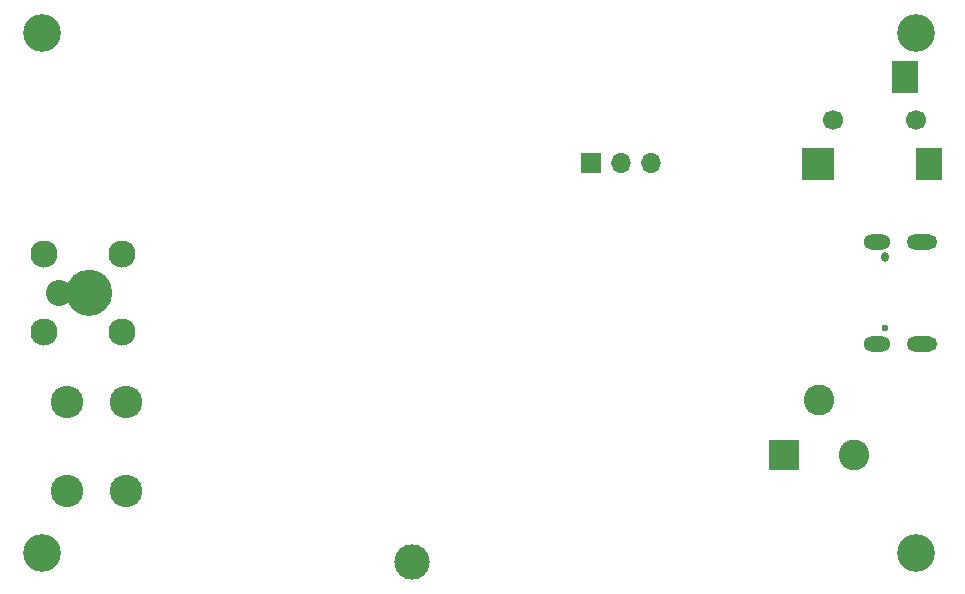
<source format=gbs>
G04 #@! TF.GenerationSoftware,KiCad,Pcbnew,7.0.6-7.0.6~ubuntu20.04.1*
G04 #@! TF.CreationDate,2024-04-09T16:12:21-07:00*
G04 #@! TF.ProjectId,harp_lick_detector_capactive,68617270-5f6c-4696-936b-5f6465746563,rev?*
G04 #@! TF.SameCoordinates,PX640a5a0PY7088980*
G04 #@! TF.FileFunction,Soldermask,Bot*
G04 #@! TF.FilePolarity,Negative*
%FSLAX46Y46*%
G04 Gerber Fmt 4.6, Leading zero omitted, Abs format (unit mm)*
G04 Created by KiCad (PCBNEW 7.0.6-7.0.6~ubuntu20.04.1) date 2024-04-09 16:12:21*
%MOMM*%
%LPD*%
G01*
G04 APERTURE LIST*
%ADD10C,1.975000*%
%ADD11R,2.600000X2.600000*%
%ADD12C,2.600000*%
%ADD13C,2.200000*%
%ADD14C,2.300000*%
%ADD15C,3.200000*%
%ADD16C,0.600000*%
%ADD17O,0.600000X0.850000*%
%ADD18O,2.300000X1.300000*%
%ADD19O,2.600000X1.300000*%
%ADD20C,2.750000*%
%ADD21R,1.700000X1.700000*%
%ADD22O,1.700000X1.700000*%
%ADD23C,3.000000*%
%ADD24C,1.700000*%
%ADD25R,2.200000X2.800000*%
%ADD26R,2.800000X2.800000*%
G04 APERTURE END LIST*
D10*
X7987500Y25000000D02*
G75*
G03*
X7987500Y25000000I-987500J0D01*
G01*
D11*
G04 #@! TO.C,J6*
X65800000Y11250000D03*
D12*
X71800000Y11250000D03*
X68800000Y15950000D03*
G04 #@! TD*
D13*
G04 #@! TO.C,J3*
X7000000Y25000000D03*
X4460000Y25000000D03*
D14*
X3190000Y21723400D03*
X9743200Y21723400D03*
X3190000Y28276600D03*
X9743200Y28276600D03*
G04 #@! TD*
D15*
G04 #@! TO.C,REF\u002A\u002A*
X77000000Y3000000D03*
G04 #@! TD*
G04 #@! TO.C,REF\u002A\u002A*
X77000000Y47000000D03*
G04 #@! TD*
D16*
G04 #@! TO.C,J5*
X74400000Y22000000D03*
D17*
X74400000Y28000000D03*
D18*
X73675000Y20680000D03*
D19*
X77500000Y20680000D03*
D18*
X73675000Y29320000D03*
D19*
X77500000Y29320000D03*
G04 #@! TD*
D15*
G04 #@! TO.C,REF\u002A\u002A*
X3000000Y47000000D03*
G04 #@! TD*
G04 #@! TO.C,REF\u002A\u002A*
X3000000Y3000000D03*
G04 #@! TD*
D20*
G04 #@! TO.C,H1*
X10100000Y15750000D03*
X5100000Y15750000D03*
X10100000Y8250000D03*
X5100000Y8250000D03*
G04 #@! TD*
D21*
G04 #@! TO.C,J2*
X49500000Y36000000D03*
D22*
X52040000Y36000000D03*
X54580000Y36000000D03*
G04 #@! TD*
D23*
G04 #@! TO.C,TP1*
X34300000Y2200000D03*
G04 #@! TD*
D24*
G04 #@! TO.C,J4*
X70000000Y39600000D03*
X77000000Y39600000D03*
D25*
X76100000Y43300000D03*
X78100000Y35900000D03*
D26*
X68700000Y35900000D03*
G04 #@! TD*
M02*

</source>
